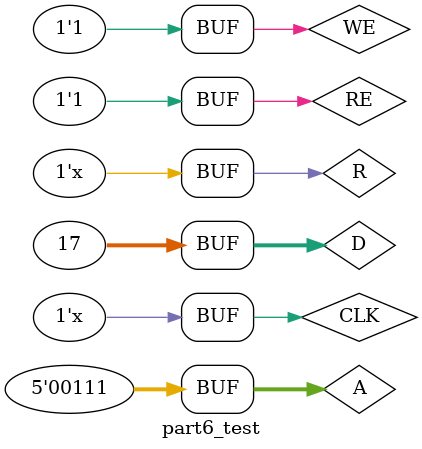
<source format=v>
`timescale 1ns / 1ps

module tsb_test();
    
    reg [7:0]A;
    reg E;
    wire [7:0]out;
    
    tsb uut(A, E, out);
    
    initial begin
    
    A=8'h2;     E=1;    #100;
    A=8'h2;     E=0;    #100;
    A=8'h4;     E=1;    #100;
    A=8'h4;     E=0;    #100;
    A=8'h6;     E=1;    #100;
    A=8'h6;     E=0;    #100;
    A=8'h8;     E=1;    #100;
    A=8'h8;     E=0;    #100;

    end
endmodule

module part1_test();

    reg [7:0]D1;
    reg [7:0]D2;
    reg S;
    
    wire [7:0]out;
    
    part1 uut(D1, D2, S, out);
    
    initial begin
    
    D1=8'h3;    D2=8'h2;    S=1;      #100;
    D1=8'h3;    D2=8'h2;    S=0;      #100;
    D1=8'h4;    D2=8'h7;    S=1;      #100;
    D1=8'h4;    D2=8'h7;    S=0;      #100;
    D1=8'h2;    D2=8'h8;    S=1;      #100;
    D1=8'h2;    D2=8'h8;    S=0;      #100;
    D1=8'h1;    D2=8'h3;    S=1;      #100;
    D1=8'h1;    D2=8'h3;    S=0;      #100;
    D1=8'h5;    D2=8'h6;    S=1;      #100;
    D1=8'h5;    D2=8'h6;    S=0;      #100;
    
    end    
endmodule

module part2_test();
    
    reg [7:0] D1;
    reg [7:0] D2;
    reg S; //select
    
    wire [7:0] out;
    wire [7:0] out2;
    
    part2 uut(D1, D2, S, out, out2);
    
    initial begin
    
    D1=8'h3;    D2=8'h2;    S=1;      #100;
    D1=8'h3;    D2=8'h2;    S=0;      #100;
    D1=8'h4;    D2=8'h7;    S=1;      #100;
    D1=8'h4;    D2=8'h7;    S=0;      #100;
    D1=8'h2;    D2=8'h8;    S=1;      #100;
    D1=8'h2;    D2=8'h8;    S=0;      #100;
    D1=8'h1;    D2=8'h3;    S=1;      #100;
    D1=8'h1;    D2=8'h3;    S=0;      #100;
    D1=8'h5;    D2=8'h6;    S=1;      #100;
    D1=8'h5;    D2=8'h6;    S=0;      #100;
    
    end
 endmodule
 
 module part3_test();
 
    reg [7:0] D;
    reg R; //reset
    reg LS; //line select
    reg RE; //read enable
    reg WE; //write enable
    reg CLK;
    wire [7:0] out;
    
    memory_line uut(D, R, LS, RE, WE, CLK,  out);  
    
    initial begin
    
    CLK=0;  R=0;
    
    D=8'h20;     RE=0;     WE=0;    LS=1;   #100;
    D=8'h20;     RE=1;     WE=0;    #100;
    D=8'h9;      RE=1;     WE=1;    #100;
    D=8'h1;      RE=0;     WE=1;    #100;
    D=8'h7;      RE=1;     WE=0;    #100;  
    D=8'h13;     RE=1;     WE=1;    #100;
    D=8'h4;      RE=1;     WE=1;    #100;
    D=8'h6;      RE=1;     WE=0;    LS=0;   #100;
    D=8'h5;      RE=1;     WE=1;    #100;
    D=8'h11;     RE=1;     WE=1;    #100;
    end 
    
    always
    #50 CLK = ~CLK;  
    
    always
    #500 R = ~R; 
    
endmodule


module part4_test();

    reg [7:0] D;
    reg CS; //chip select
    reg [2:0] A; //address
    reg R;//reset
    reg RE; //read enable
    reg WE;//write enable
    reg CLK;
    wire [7:0] out;
    
    memory_8byte uut(D, CS, A, R, RE, WE, CLK, out);

    initial begin
    
    CLK=0;  R=0;
    
    D=8'h20;     RE=1;     WE=1;    A=2'd2;    CS=1;    #100;
    D=8'h20;     RE=1;     WE=0;               CS=1;    #100;
    D=8'h9;      RE=1;     WE=1;    #100;
    D=8'h1;      RE=0;     WE=1;    A=2'd0;    CS=1;    #100;
    D=8'h7;      RE=1;     WE=0;    #100;  
    D=8'h13;     RE=1;     WE=1;    #100;
    D=8'h4;      RE=1;     WE=1;    #100;
    D=8'h6;      RE=1;     WE=0;    A=2'd3;    CS=0;    #100;
    D=8'h5;      RE=1;     WE=1;    #100;
    D=8'h11;     RE=1;     WE=1;    #100;
    
    
    
    
    end
    always
    #50 CLK = ~CLK;  
    
    always
    #500 R = ~R; 
endmodule

module part5_test ();

    reg [7:0] D;
    reg [4:0] A; //chip selection(2) and line selection(3)
    reg R; //reset
    reg RE; //read enable
    reg WE; //write enable
    reg CLK;
    wire [7:0] out;
    
    memory_32byte uut(D, A, R, RE, WE, CLK, out);
    
    initial begin
    
    CLK=0; R=0;
    
    D=8'h25;    WE=1;   RE=0;   A=5'b11101;      #100;
    D=8'h25;    WE=0;   RE=1;   A=5'b11101;      #100;
    D=8'h15;    WE=1;   RE=0;   A=5'b10011;      #100;
    D=8'h15;    WE=1;   RE=0;   A=5'b10011;      #100;
                WE=0;   RE=1;   A=5'b01011;      #100;
    D=8'h18;    WE=1;   RE=0;   A=5'b01001;      #100;
                WE=0;   RE=1;   A=5'b01110;      #100;
                WE=0;   RE=1;   A=5'b 01001;     #100;
    
    end
    always
    #50 CLK = ~CLK;  
    
endmodule

module part6_test();
    
    reg [31:0] D;
    reg [4:0] A; //address
    reg R; //reset
    reg RE; //read enable
    reg WE; //write enable
    reg CLK;
    wire [31:0] out;
    
    memory_128byte uut(D, A, R, RE, WE, CLK, out);
    
    initial begin
    
    CLK=0;  R=0;
    D=32'h20;     RE=1;     WE=0;    A=5'd2;        #100;
    D=32'h20;     RE=1;     WE=1;    A=5'd2;        #100;
    D=32'h9;      RE=1;     WE=1;                   #100;
    D=32'h1;      RE=0;     WE=1;    A=5'd2;        #100;
    D=32'h7;      RE=1;     WE=0;    A=5'd11;       #100;  
    D=32'h13;     RE=1;     WE=1;                   #100;
    D=32'h4;      RE=1;     WE=1;                   #100;
    D=32'h6;      RE=1;     WE=0;    A=5'd7;        #100;
    D=32'h5;      RE=1;     WE=1;                   #100;
    D=32'h11;     RE=1;     WE=1;                   #100;
    
    end
    always
    #50 CLK = ~CLK;  
    
    always
    #500 R = ~R; 
endmodule


</source>
